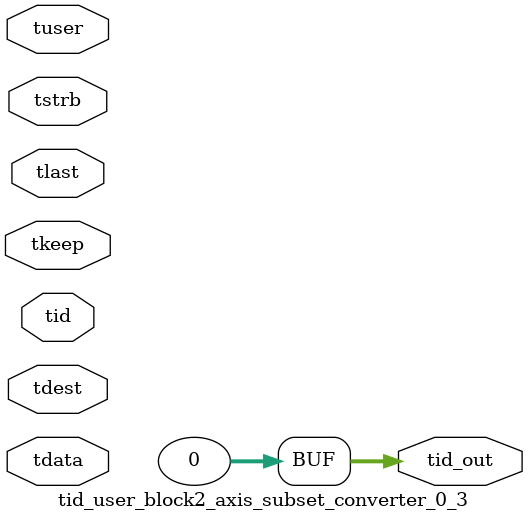
<source format=v>


`timescale 1ps/1ps

module tid_user_block2_axis_subset_converter_0_3 #
(
parameter C_S_AXIS_TID_WIDTH   = 1,
parameter C_S_AXIS_TUSER_WIDTH = 0,
parameter C_S_AXIS_TDATA_WIDTH = 0,
parameter C_S_AXIS_TDEST_WIDTH = 0,
parameter C_M_AXIS_TID_WIDTH   = 32
)
(
input  [(C_S_AXIS_TID_WIDTH   == 0 ? 1 : C_S_AXIS_TID_WIDTH)-1:0       ] tid,
input  [(C_S_AXIS_TDATA_WIDTH == 0 ? 1 : C_S_AXIS_TDATA_WIDTH)-1:0     ] tdata,
input  [(C_S_AXIS_TUSER_WIDTH == 0 ? 1 : C_S_AXIS_TUSER_WIDTH)-1:0     ] tuser,
input  [(C_S_AXIS_TDEST_WIDTH == 0 ? 1 : C_S_AXIS_TDEST_WIDTH)-1:0     ] tdest,
input  [(C_S_AXIS_TDATA_WIDTH/8)-1:0 ] tkeep,
input  [(C_S_AXIS_TDATA_WIDTH/8)-1:0 ] tstrb,
input                                                                    tlast,
output [(C_M_AXIS_TID_WIDTH   == 0 ? 1 : C_M_AXIS_TID_WIDTH)-1:0       ] tid_out
);

assign tid_out = {1'b0};

endmodule


</source>
